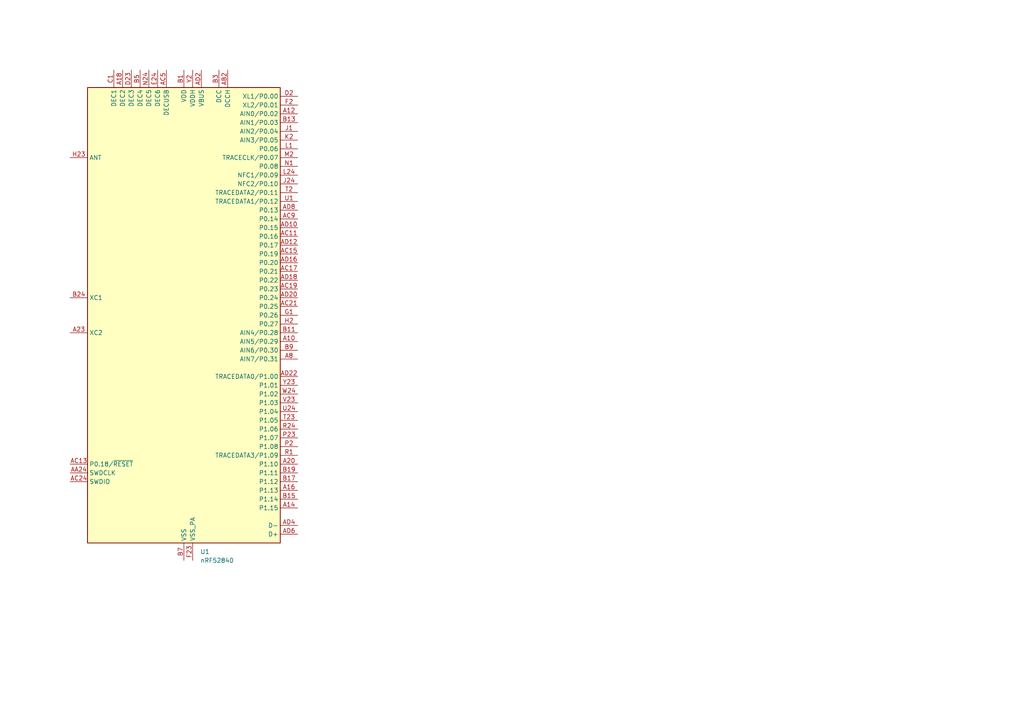
<source format=kicad_sch>
(kicad_sch (version 20230121) (generator eeschema)
  (paper "A4")
  (lib_symbols
    (symbol "MCU_Nordic:nRF52840"
      (property "Reference" "U" (at 0 5.08 0))
      (property "Value" "nRF52840" (at 0 2.54 0))
      (symbol "nRF52840_0_1"
        (rectangle (start -27.94 66.04) (end 27.94 -66.04) (stroke (width 0.254)) (fill (type background)))
      )
      (symbol "nRF52840_1_1"
        (pin bidirectional line (at 33.02 -7.62 180) (length 5.08) (name "AIN5/P0.29") (number "A10"))
        (pin bidirectional line (at 33.02 58.42 180) (length 5.08) (name "AIN0/P0.02") (number "A12"))
        (pin bidirectional line (at 33.02 -55.88 180) (length 5.08) (name "P1.15") (number "A14"))
        (pin bidirectional line (at 33.02 -50.8 180) (length 5.08) (name "P1.13") (number "A16"))
        (pin passive line (at -17.78 71.12 270) (length 5.08) (name "DEC2") (number "A18"))
        (pin bidirectional line (at 33.02 -43.18 180) (length 5.08) (name "P1.10") (number "A20"))
        (pin passive line (at 0 71.12 270) (length 5.08) hide (name "VDD") (number "A22"))
        (pin input line (at -33.02 -5.08 0) (length 5.08) (name "XC2") (number "A23"))
        (pin bidirectional line (at 33.02 -12.7 180) (length 5.08) (name "AIN7/P0.31") (number "A8"))
        (pin input line (at -33.02 -45.72 0) (length 5.08) (name "SWDCLK") (number "AA24"))
        (pin power_out line (at 12.7 71.12 270) (length 5.08) (name "DCCH") (number "AB2"))
        (pin bidirectional line (at 33.02 22.86 180) (length 5.08) (name "P0.16") (number "AC11"))
        (pin bidirectional line (at -33.02 -43.18 0) (length 5.08) (name "P0.18/~{RESET}") (number "AC13"))
        (pin bidirectional line (at 33.02 17.78 180) (length 5.08) (name "P0.19") (number "AC15"))
        (pin bidirectional line (at 33.02 12.7 180) (length 5.08) (name "P0.21") (number "AC17"))
        (pin bidirectional line (at 33.02 7.62 180) (length 5.08) (name "P0.23") (number "AC19"))
        (pin bidirectional line (at 33.02 2.54 180) (length 5.08) (name "P0.25") (number "AC21"))
        (pin bidirectional line (at -33.02 -48.26 0) (length 5.08) (name "SWDIO") (number "AC24"))
        (pin passive line (at -5.08 71.12 270) (length 5.08) (name "DECUSB") (number "AC5"))
        (pin bidirectional line (at 33.02 27.94 180) (length 5.08) (name "P0.14") (number "AC9"))
        (pin bidirectional line (at 33.02 25.4 180) (length 5.08) (name "P0.15") (number "AD10"))
        (pin bidirectional line (at 33.02 20.32 180) (length 5.08) (name "P0.17") (number "AD12"))
        (pin passive line (at 0 71.12 270) (length 5.08) hide (name "VDD") (number "AD14"))
        (pin bidirectional line (at 33.02 15.24 180) (length 5.08) (name "P0.20") (number "AD16"))
        (pin bidirectional line (at 33.02 10.16 180) (length 5.08) (name "P0.22") (number "AD18"))
        (pin power_in line (at 5.08 71.12 270) (length 5.08) (name "VBUS") (number "AD2"))
        (pin bidirectional line (at 33.02 5.08 180) (length 5.08) (name "P0.24") (number "AD20"))
        (pin bidirectional line (at 33.02 -17.78 180) (length 5.08) (name "TRACEDATA0/P1.00") (number "AD22"))
        (pin passive line (at 0 71.12 270) (length 5.08) hide (name "VDD") (number "AD23"))
        (pin bidirectional line (at 33.02 -60.96 180) (length 5.08) (name "D-") (number "AD4"))
        (pin bidirectional line (at 33.02 -63.5 180) (length 5.08) (name "D+") (number "AD6"))
        (pin bidirectional line (at 33.02 30.48 180) (length 5.08) (name "P0.13") (number "AD8"))
        (pin power_in line (at 0 71.12 270) (length 5.08) (name "VDD") (number "B1"))
        (pin bidirectional line (at 33.02 -5.08 180) (length 5.08) (name "AIN4/P0.28") (number "B11"))
        (pin bidirectional line (at 33.02 55.88 180) (length 5.08) (name "AIN1/P0.03") (number "B13"))
        (pin bidirectional line (at 33.02 -53.34 180) (length 5.08) (name "P1.14") (number "B15"))
        (pin bidirectional line (at 33.02 -48.26 180) (length 5.08) (name "P1.12") (number "B17"))
        (pin bidirectional line (at 33.02 -45.72 180) (length 5.08) (name "P1.11") (number "B19"))
        (pin input line (at -33.02 5.08 0) (length 5.08) (name "XC1") (number "B24"))
        (pin power_out line (at 10.16 71.12 270) (length 5.08) (name "DCC") (number "B3"))
        (pin passive line (at -12.7 71.12 270) (length 5.08) (name "DEC4") (number "B5"))
        (pin power_in line (at 0 -71.12 90) (length 5.08) (name "VSS") (number "B7"))
        (pin bidirectional line (at 33.02 -10.16 180) (length 5.08) (name "AIN6/P0.30") (number "B9"))
        (pin passive line (at -20.32 71.12 270) (length 5.08) (name "DEC1") (number "C1"))
        (pin bidirectional line (at 33.02 63.5 180) (length 5.08) (name "XL1/P0.00") (number "D2"))
        (pin passive line (at -15.24 71.12 270) (length 5.08) (name "DEC3") (number "D23"))
        (pin passive line (at -7.62 71.12 270) (length 5.08) (name "DEC6") (number "E24"))
        (pin passive line (at 0 -71.12 90) (length 5.08) hide (name "VSS") (number "EP"))
        (pin bidirectional line (at 33.02 60.96 180) (length 5.08) (name "XL2/P0.01") (number "F2"))
        (pin power_in line (at 2.54 -71.12 90) (length 5.08) (name "VSS_PA") (number "F23"))
        (pin bidirectional line (at 33.02 0 180) (length 5.08) (name "P0.26") (number "G1"))
        (pin bidirectional line (at 33.02 -2.54 180) (length 5.08) (name "P0.27") (number "H2"))
        (pin passive line (at -33.02 45.72 0) (length 5.08) (name "ANT") (number "H23"))
        (pin bidirectional line (at 33.02 53.34 180) (length 5.08) (name "AIN2/P0.04") (number "J1"))
        (pin bidirectional line (at 33.02 38.1 180) (length 5.08) (name "NFC2/P0.10") (number "J24"))
        (pin bidirectional line (at 33.02 50.8 180) (length 5.08) (name "AIN3/P0.05") (number "K2"))
        (pin bidirectional line (at 33.02 48.26 180) (length 5.08) (name "P0.06") (number "L1"))
        (pin bidirectional line (at 33.02 40.64 180) (length 5.08) (name "NFC1/P0.09") (number "L24"))
        (pin bidirectional line (at 33.02 45.72 180) (length 5.08) (name "TRACECLK/P0.07") (number "M2"))
        (pin bidirectional line (at 33.02 43.18 180) (length 5.08) (name "P0.08") (number "N1"))
        (pin passive line (at -10.16 71.12 270) (length 5.08) (name "DEC5") (number "N24"))
        (pin bidirectional line (at 33.02 -38.1 180) (length 5.08) (name "P1.08") (number "P2"))
        (pin bidirectional line (at 33.02 -35.56 180) (length 5.08) (name "P1.07") (number "P23"))
        (pin bidirectional line (at 33.02 -40.64 180) (length 5.08) (name "TRACEDATA3/P1.09") (number "R1"))
        (pin bidirectional line (at 33.02 -33.02 180) (length 5.08) (name "P1.06") (number "R24"))
        (pin bidirectional line (at 33.02 35.56 180) (length 5.08) (name "TRACEDATA2/P0.11") (number "T2"))
        (pin bidirectional line (at 33.02 -30.48 180) (length 5.08) (name "P1.05") (number "T23"))
        (pin bidirectional line (at 33.02 33.02 180) (length 5.08) (name "TRACEDATA1/P0.12") (number "U1"))
        (pin bidirectional line (at 33.02 -27.94 180) (length 5.08) (name "P1.04") (number "U24"))
        (pin bidirectional line (at 33.02 -25.4 180) (length 5.08) (name "P1.03") (number "V23"))
        (pin passive line (at 0 71.12 270) (length 5.08) hide (name "VDD") (number "W1"))
        (pin bidirectional line (at 33.02 -22.86 180) (length 5.08) (name "P1.02") (number "W24"))
        (pin power_in line (at 2.54 71.12 270) (length 5.08) (name "VDDH") (number "Y2"))
        (pin bidirectional line (at 33.02 -20.32 180) (length 5.08) (name "P1.01") (number "Y23"))
      )
    )
  )
  (symbol (lib_id "MCU_Nordic:nRF52840") (at 53.34 91.44 0) (unit 1)
    (property "Reference" "U1" (at 58.0741 160.02 0) (effects (justify left)))
    (property "Value" "nRF52840" (at 58.0741 162.56 0) (effects (justify left)))
    (property "Footprint" "Package_DFN_QFN:Nordic_AQFN-73-1EP_7x7mm_P0.5mm" (effects hide))
    (property "Datasheet" "http://infocenter.nordicsemi.com/topic/com.nordic.infocenter.nrf52/dita/nrf52/chips/nrf52840.html" (effects hide))
  )
)
</source>
